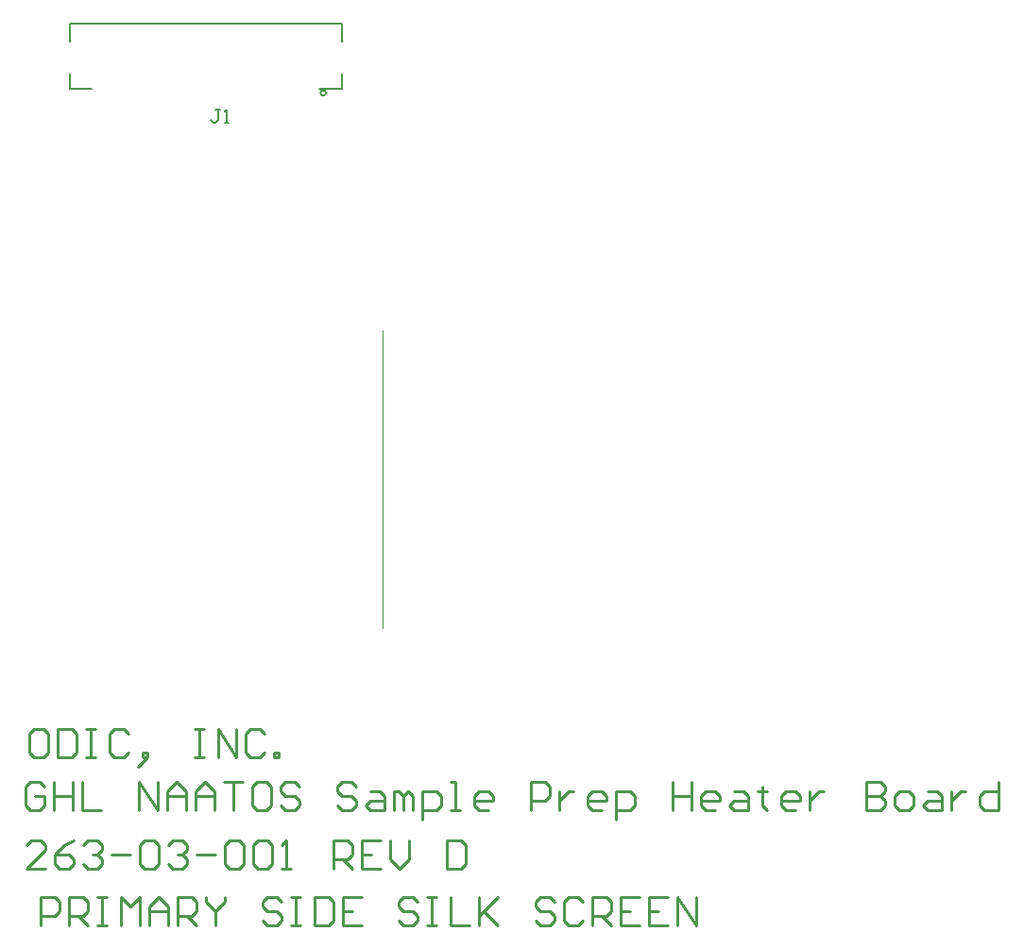
<source format=gto>
G04*
G04 #@! TF.GenerationSoftware,Altium Limited,Altium Designer,24.9.1 (31)*
G04*
G04 Layer_Color=65535*
%FSLAX44Y44*%
%MOMM*%
G71*
G04*
G04 #@! TF.SameCoordinates,8DF27061-4A41-470E-9062-B82E270B293B*
G04*
G04*
G04 #@! TF.FilePolarity,Positive*
G04*
G01*
G75*
%ADD10C,0.1524*%
%ADD11C,0.2540*%
%ADD12C,0.1500*%
%ADD13C,0.0127*%
D10*
X266700Y504980D02*
G03*
X266700Y504980I-2540J0D01*
G01*
X280543Y550598D02*
Y567210D01*
X260847Y508790D02*
X280543D01*
X36957D02*
X56653D01*
X280543D02*
Y521846D01*
X36957Y567210D02*
X280543D01*
X36957Y550598D02*
Y567210D01*
Y508790D02*
Y521846D01*
D11*
X10487Y-241148D02*
Y-215757D01*
X23182D01*
X27414Y-219989D01*
Y-228453D01*
X23182Y-232685D01*
X10487D01*
X35878Y-241148D02*
Y-215757D01*
X48574D01*
X52806Y-219989D01*
Y-228453D01*
X48574Y-232685D01*
X35878D01*
X44342D02*
X52806Y-241148D01*
X61270Y-215757D02*
X69734D01*
X65502D01*
Y-241148D01*
X61270D01*
X69734D01*
X82430D02*
Y-215757D01*
X90894Y-224221D01*
X99358Y-215757D01*
Y-241148D01*
X107822D02*
Y-224221D01*
X116286Y-215757D01*
X124750Y-224221D01*
Y-241148D01*
Y-228453D01*
X107822D01*
X133214Y-241148D02*
Y-215757D01*
X145909D01*
X150141Y-219989D01*
Y-228453D01*
X145909Y-232685D01*
X133214D01*
X141678D02*
X150141Y-241148D01*
X158605Y-215757D02*
Y-219989D01*
X167069Y-228453D01*
X175533Y-219989D01*
Y-215757D01*
X167069Y-228453D02*
Y-241148D01*
X226317Y-219989D02*
X222085Y-215757D01*
X213621D01*
X209389Y-219989D01*
Y-224221D01*
X213621Y-228453D01*
X222085D01*
X226317Y-232685D01*
Y-236917D01*
X222085Y-241148D01*
X213621D01*
X209389Y-236917D01*
X234781Y-215757D02*
X243245D01*
X239013D01*
Y-241148D01*
X234781D01*
X243245D01*
X255940Y-215757D02*
Y-241148D01*
X268636D01*
X272868Y-236917D01*
Y-219989D01*
X268636Y-215757D01*
X255940D01*
X298260D02*
X281332D01*
Y-241148D01*
X298260D01*
X281332Y-228453D02*
X289796D01*
X349044Y-219989D02*
X344812Y-215757D01*
X336348D01*
X332116Y-219989D01*
Y-224221D01*
X336348Y-228453D01*
X344812D01*
X349044Y-232685D01*
Y-236917D01*
X344812Y-241148D01*
X336348D01*
X332116Y-236917D01*
X357508Y-215757D02*
X365972D01*
X361740D01*
Y-241148D01*
X357508D01*
X365972D01*
X378667Y-215757D02*
Y-241148D01*
X395595D01*
X404059Y-215757D02*
Y-241148D01*
Y-232685D01*
X420987Y-215757D01*
X408291Y-228453D01*
X420987Y-241148D01*
X471771Y-219989D02*
X467539Y-215757D01*
X459075D01*
X454843Y-219989D01*
Y-224221D01*
X459075Y-228453D01*
X467539D01*
X471771Y-232685D01*
Y-236917D01*
X467539Y-241148D01*
X459075D01*
X454843Y-236917D01*
X497163Y-219989D02*
X492931Y-215757D01*
X484467D01*
X480235Y-219989D01*
Y-236917D01*
X484467Y-241148D01*
X492931D01*
X497163Y-236917D01*
X505626Y-241148D02*
Y-215757D01*
X518322D01*
X522554Y-219989D01*
Y-228453D01*
X518322Y-232685D01*
X505626D01*
X514090D02*
X522554Y-241148D01*
X547946Y-215757D02*
X531018D01*
Y-241148D01*
X547946D01*
X531018Y-228453D02*
X539482D01*
X573338Y-215757D02*
X556410D01*
Y-241148D01*
X573338D01*
X556410Y-228453D02*
X564874D01*
X581802Y-241148D02*
Y-215757D01*
X598730Y-241148D01*
Y-215757D01*
X12982Y-65749D02*
X4518D01*
X287Y-69981D01*
Y-86909D01*
X4518Y-91141D01*
X12982D01*
X17214Y-86909D01*
Y-69981D01*
X12982Y-65749D01*
X25678D02*
Y-91141D01*
X38374D01*
X42606Y-86909D01*
Y-69981D01*
X38374Y-65749D01*
X25678D01*
X51070D02*
X59534D01*
X55302D01*
Y-91141D01*
X51070D01*
X59534D01*
X89158Y-69981D02*
X84926Y-65749D01*
X76462D01*
X72230Y-69981D01*
Y-86909D01*
X76462Y-91141D01*
X84926D01*
X89158Y-86909D01*
X101854Y-95372D02*
X106086Y-91141D01*
Y-86909D01*
X101854D01*
Y-91141D01*
X106086D01*
X101854Y-95372D01*
X97622Y-99605D01*
X148405Y-65749D02*
X156869D01*
X152637D01*
Y-91141D01*
X148405D01*
X156869D01*
X169565D02*
Y-65749D01*
X186493Y-91141D01*
Y-65749D01*
X211885Y-69981D02*
X207653Y-65749D01*
X199189D01*
X194957Y-69981D01*
Y-86909D01*
X199189Y-91141D01*
X207653D01*
X211885Y-86909D01*
X220349Y-91141D02*
Y-86909D01*
X224581D01*
Y-91141D01*
X220349D01*
X14468Y-117106D02*
X10236Y-112874D01*
X1772D01*
X-2460Y-117106D01*
Y-134034D01*
X1772Y-138266D01*
X10236D01*
X14468Y-134034D01*
Y-125570D01*
X6004D01*
X22932Y-112874D02*
Y-138266D01*
Y-125570D01*
X39860D01*
Y-112874D01*
Y-138266D01*
X48324Y-112874D02*
Y-138266D01*
X65251D01*
X99107D02*
Y-112874D01*
X116035Y-138266D01*
Y-112874D01*
X124499Y-138266D02*
Y-121338D01*
X132963Y-112874D01*
X141427Y-121338D01*
Y-138266D01*
Y-125570D01*
X124499D01*
X149891Y-138266D02*
Y-121338D01*
X158355Y-112874D01*
X166819Y-121338D01*
Y-138266D01*
Y-125570D01*
X149891D01*
X175283Y-112874D02*
X192210D01*
X183746D01*
Y-138266D01*
X213370Y-112874D02*
X204906D01*
X200674Y-117106D01*
Y-134034D01*
X204906Y-138266D01*
X213370D01*
X217602Y-134034D01*
Y-117106D01*
X213370Y-112874D01*
X242994Y-117106D02*
X238762Y-112874D01*
X230298D01*
X226066Y-117106D01*
Y-121338D01*
X230298Y-125570D01*
X238762D01*
X242994Y-129802D01*
Y-134034D01*
X238762Y-138266D01*
X230298D01*
X226066Y-134034D01*
X293778Y-117106D02*
X289546Y-112874D01*
X281082D01*
X276850Y-117106D01*
Y-121338D01*
X281082Y-125570D01*
X289546D01*
X293778Y-129802D01*
Y-134034D01*
X289546Y-138266D01*
X281082D01*
X276850Y-134034D01*
X306474Y-121338D02*
X314937D01*
X319169Y-125570D01*
Y-138266D01*
X306474D01*
X302242Y-134034D01*
X306474Y-129802D01*
X319169D01*
X327633Y-138266D02*
Y-121338D01*
X331865D01*
X336097Y-125570D01*
Y-138266D01*
Y-125570D01*
X340329Y-121338D01*
X344561Y-125570D01*
Y-138266D01*
X353025Y-146730D02*
Y-121338D01*
X365721D01*
X369953Y-125570D01*
Y-134034D01*
X365721Y-138266D01*
X353025D01*
X378417D02*
X386881D01*
X382649D01*
Y-112874D01*
X378417D01*
X412273Y-138266D02*
X403809D01*
X399577Y-134034D01*
Y-125570D01*
X403809Y-121338D01*
X412273D01*
X416505Y-125570D01*
Y-129802D01*
X399577D01*
X450360Y-138266D02*
Y-112874D01*
X463056D01*
X467288Y-117106D01*
Y-125570D01*
X463056Y-129802D01*
X450360D01*
X475752Y-121338D02*
Y-138266D01*
Y-129802D01*
X479984Y-125570D01*
X484216Y-121338D01*
X488448D01*
X513840Y-138266D02*
X505376D01*
X501144Y-134034D01*
Y-125570D01*
X505376Y-121338D01*
X513840D01*
X518072Y-125570D01*
Y-129802D01*
X501144D01*
X526536Y-146730D02*
Y-121338D01*
X539232D01*
X543464Y-125570D01*
Y-134034D01*
X539232Y-138266D01*
X526536D01*
X577319Y-112874D02*
Y-138266D01*
Y-125570D01*
X594247D01*
Y-112874D01*
Y-138266D01*
X615407D02*
X606943D01*
X602711Y-134034D01*
Y-125570D01*
X606943Y-121338D01*
X615407D01*
X619639Y-125570D01*
Y-129802D01*
X602711D01*
X632335Y-121338D02*
X640799D01*
X645031Y-125570D01*
Y-138266D01*
X632335D01*
X628103Y-134034D01*
X632335Y-129802D01*
X645031D01*
X657727Y-117106D02*
Y-121338D01*
X653495D01*
X661959D01*
X657727D01*
Y-134034D01*
X661959Y-138266D01*
X687350D02*
X678886D01*
X674655Y-134034D01*
Y-125570D01*
X678886Y-121338D01*
X687350D01*
X691582Y-125570D01*
Y-129802D01*
X674655D01*
X700046Y-121338D02*
Y-138266D01*
Y-129802D01*
X704278Y-125570D01*
X708510Y-121338D01*
X712742D01*
X750830Y-112874D02*
Y-138266D01*
X763526D01*
X767758Y-134034D01*
Y-129802D01*
X763526Y-125570D01*
X750830D01*
X763526D01*
X767758Y-121338D01*
Y-117106D01*
X763526Y-112874D01*
X750830D01*
X780454Y-138266D02*
X788918D01*
X793150Y-134034D01*
Y-125570D01*
X788918Y-121338D01*
X780454D01*
X776222Y-125570D01*
Y-134034D01*
X780454Y-138266D01*
X805845Y-121338D02*
X814309D01*
X818541Y-125570D01*
Y-138266D01*
X805845D01*
X801613Y-134034D01*
X805845Y-129802D01*
X818541D01*
X827005Y-121338D02*
Y-138266D01*
Y-129802D01*
X831237Y-125570D01*
X835469Y-121338D01*
X839701D01*
X869325Y-112874D02*
Y-138266D01*
X856629D01*
X852397Y-134034D01*
Y-125570D01*
X856629Y-121338D01*
X869325D01*
X14854Y-190348D02*
X-2074D01*
X14854Y-173421D01*
Y-169189D01*
X10622Y-164957D01*
X2158D01*
X-2074Y-169189D01*
X40246Y-164957D02*
X31782Y-169189D01*
X23318Y-177653D01*
Y-186117D01*
X27550Y-190348D01*
X36014D01*
X40246Y-186117D01*
Y-181885D01*
X36014Y-177653D01*
X23318D01*
X48710Y-169189D02*
X52942Y-164957D01*
X61406D01*
X65638Y-169189D01*
Y-173421D01*
X61406Y-177653D01*
X57174D01*
X61406D01*
X65638Y-181885D01*
Y-186117D01*
X61406Y-190348D01*
X52942D01*
X48710Y-186117D01*
X74102Y-177653D02*
X91030D01*
X99494Y-169189D02*
X103726Y-164957D01*
X112190D01*
X116422Y-169189D01*
Y-186117D01*
X112190Y-190348D01*
X103726D01*
X99494Y-186117D01*
Y-169189D01*
X124886D02*
X129117Y-164957D01*
X137581D01*
X141813Y-169189D01*
Y-173421D01*
X137581Y-177653D01*
X133349D01*
X137581D01*
X141813Y-181885D01*
Y-186117D01*
X137581Y-190348D01*
X129117D01*
X124886Y-186117D01*
X150277Y-177653D02*
X167205D01*
X175669Y-169189D02*
X179901Y-164957D01*
X188365D01*
X192597Y-169189D01*
Y-186117D01*
X188365Y-190348D01*
X179901D01*
X175669Y-186117D01*
Y-169189D01*
X201061D02*
X205293Y-164957D01*
X213757D01*
X217989Y-169189D01*
Y-186117D01*
X213757Y-190348D01*
X205293D01*
X201061Y-186117D01*
Y-169189D01*
X226453Y-190348D02*
X234917D01*
X230685D01*
Y-164957D01*
X226453Y-169189D01*
X273004Y-190348D02*
Y-164957D01*
X285700D01*
X289932Y-169189D01*
Y-177653D01*
X285700Y-181885D01*
X273004D01*
X281468D02*
X289932Y-190348D01*
X315324Y-164957D02*
X298396D01*
Y-190348D01*
X315324D01*
X298396Y-177653D02*
X306860D01*
X323788Y-164957D02*
Y-181885D01*
X332252Y-190348D01*
X340716Y-181885D01*
Y-164957D01*
X374571D02*
Y-190348D01*
X387267D01*
X391499Y-186117D01*
Y-169189D01*
X387267Y-164957D01*
X374571D01*
D12*
X171600Y490298D02*
X167601D01*
X169601D01*
Y480301D01*
X167601Y478302D01*
X165602D01*
X163603Y480301D01*
X175599Y478302D02*
X179597D01*
X177598D01*
Y490298D01*
X175599Y488299D01*
D13*
X317500Y25400D02*
Y292100D01*
M02*

</source>
